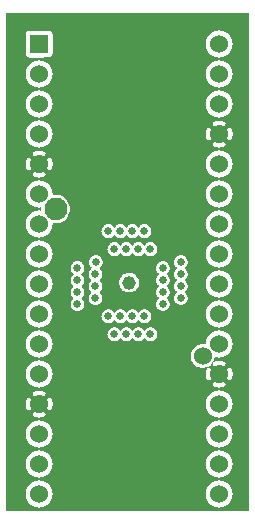
<source format=gbr>
G04 start of page 3 for group 5 idx 5 *
G04 Title: (unknown), bottom *
G04 Creator: pcb 1.99z *
G04 CreationDate: Fri Sep 27 15:24:46 2013 UTC *
G04 For: tim *
G04 Format: Gerber/RS-274X *
G04 PCB-Dimensions (mil): 810.00 1660.00 *
G04 PCB-Coordinate-Origin: lower left *
%MOIN*%
%FSLAX25Y25*%
%LNBOTTOM*%
%ADD32C,0.0500*%
%ADD31C,0.0360*%
%ADD30C,0.0080*%
%ADD29C,0.0380*%
%ADD28C,0.0660*%
%ADD27C,0.0460*%
%ADD26C,0.0260*%
%ADD25C,0.0600*%
%ADD24C,0.0760*%
%ADD23C,0.0001*%
G54D23*G36*
X11000Y100986D02*X11706Y101042D01*
X11728Y101047D01*
X11685Y100500D01*
X11728Y99953D01*
X11706Y99958D01*
X11000Y100014D01*
Y100986D01*
G37*
G36*
X74613Y166000D02*X81000D01*
Y0D01*
X74613D01*
Y2802D01*
X74652Y2847D01*
X75022Y3451D01*
X75293Y4105D01*
X75458Y4794D01*
X75500Y5500D01*
X75458Y6206D01*
X75293Y6895D01*
X75022Y7549D01*
X74652Y8153D01*
X74613Y8198D01*
Y12802D01*
X74652Y12847D01*
X75022Y13451D01*
X75293Y14105D01*
X75458Y14794D01*
X75500Y15500D01*
X75458Y16206D01*
X75293Y16895D01*
X75022Y17549D01*
X74652Y18153D01*
X74613Y18198D01*
Y22802D01*
X74652Y22847D01*
X75022Y23451D01*
X75293Y24105D01*
X75458Y24794D01*
X75500Y25500D01*
X75458Y26206D01*
X75293Y26895D01*
X75022Y27549D01*
X74652Y28153D01*
X74613Y28198D01*
Y32802D01*
X74652Y32847D01*
X75022Y33451D01*
X75293Y34105D01*
X75458Y34794D01*
X75500Y35500D01*
X75458Y36206D01*
X75293Y36895D01*
X75022Y37549D01*
X74652Y38153D01*
X74613Y38198D01*
Y43353D01*
X74656Y43360D01*
X74768Y43397D01*
X74873Y43452D01*
X74968Y43522D01*
X75051Y43606D01*
X75119Y43702D01*
X75170Y43808D01*
X75318Y44216D01*
X75422Y44637D01*
X75484Y45067D01*
X75505Y45500D01*
X75484Y45933D01*
X75422Y46363D01*
X75318Y46784D01*
X75175Y47194D01*
X75122Y47300D01*
X75053Y47396D01*
X74970Y47481D01*
X74875Y47551D01*
X74769Y47606D01*
X74657Y47643D01*
X74613Y47651D01*
Y52802D01*
X74652Y52847D01*
X75022Y53451D01*
X75293Y54105D01*
X75458Y54794D01*
X75500Y55500D01*
X75458Y56206D01*
X75293Y56895D01*
X75022Y57549D01*
X74652Y58153D01*
X74613Y58198D01*
Y62802D01*
X74652Y62847D01*
X75022Y63451D01*
X75293Y64105D01*
X75458Y64794D01*
X75500Y65500D01*
X75458Y66206D01*
X75293Y66895D01*
X75022Y67549D01*
X74652Y68153D01*
X74613Y68198D01*
Y72802D01*
X74652Y72847D01*
X75022Y73451D01*
X75293Y74105D01*
X75458Y74794D01*
X75500Y75500D01*
X75458Y76206D01*
X75293Y76895D01*
X75022Y77549D01*
X74652Y78153D01*
X74613Y78198D01*
Y82802D01*
X74652Y82847D01*
X75022Y83451D01*
X75293Y84105D01*
X75458Y84794D01*
X75500Y85500D01*
X75458Y86206D01*
X75293Y86895D01*
X75022Y87549D01*
X74652Y88153D01*
X74613Y88198D01*
Y92802D01*
X74652Y92847D01*
X75022Y93451D01*
X75293Y94105D01*
X75458Y94794D01*
X75500Y95500D01*
X75458Y96206D01*
X75293Y96895D01*
X75022Y97549D01*
X74652Y98153D01*
X74613Y98198D01*
Y102802D01*
X74652Y102847D01*
X75022Y103451D01*
X75293Y104105D01*
X75458Y104794D01*
X75500Y105500D01*
X75458Y106206D01*
X75293Y106895D01*
X75022Y107549D01*
X74652Y108153D01*
X74613Y108198D01*
Y112802D01*
X74652Y112847D01*
X75022Y113451D01*
X75293Y114105D01*
X75458Y114794D01*
X75500Y115500D01*
X75458Y116206D01*
X75293Y116895D01*
X75022Y117549D01*
X74652Y118153D01*
X74613Y118198D01*
Y123353D01*
X74656Y123360D01*
X74768Y123397D01*
X74873Y123452D01*
X74968Y123522D01*
X75051Y123606D01*
X75119Y123702D01*
X75170Y123808D01*
X75318Y124216D01*
X75422Y124637D01*
X75484Y125067D01*
X75505Y125500D01*
X75484Y125933D01*
X75422Y126363D01*
X75318Y126784D01*
X75175Y127194D01*
X75122Y127300D01*
X75053Y127396D01*
X74970Y127481D01*
X74875Y127551D01*
X74769Y127606D01*
X74657Y127643D01*
X74613Y127651D01*
Y132802D01*
X74652Y132847D01*
X75022Y133451D01*
X75293Y134105D01*
X75458Y134794D01*
X75500Y135500D01*
X75458Y136206D01*
X75293Y136895D01*
X75022Y137549D01*
X74652Y138153D01*
X74613Y138198D01*
Y142802D01*
X74652Y142847D01*
X75022Y143451D01*
X75293Y144105D01*
X75458Y144794D01*
X75500Y145500D01*
X75458Y146206D01*
X75293Y146895D01*
X75022Y147549D01*
X74652Y148153D01*
X74613Y148198D01*
Y152802D01*
X74652Y152847D01*
X75022Y153451D01*
X75293Y154105D01*
X75458Y154794D01*
X75500Y155500D01*
X75458Y156206D01*
X75293Y156895D01*
X75022Y157549D01*
X74652Y158153D01*
X74613Y158198D01*
Y166000D01*
G37*
G36*
Y148198D02*X74192Y148692D01*
X73653Y149152D01*
X73049Y149522D01*
X72395Y149793D01*
X71706Y149958D01*
X71000Y150014D01*
X70993Y150013D01*
Y150987D01*
X71000Y150986D01*
X71706Y151042D01*
X72395Y151207D01*
X73049Y151478D01*
X73653Y151848D01*
X74192Y152308D01*
X74613Y152802D01*
Y148198D01*
G37*
G36*
Y138198D02*X74192Y138692D01*
X73653Y139152D01*
X73049Y139522D01*
X72395Y139793D01*
X71706Y139958D01*
X71000Y140014D01*
X70993Y140013D01*
Y140987D01*
X71000Y140986D01*
X71706Y141042D01*
X72395Y141207D01*
X73049Y141478D01*
X73653Y141848D01*
X74192Y142308D01*
X74613Y142802D01*
Y138198D01*
G37*
G36*
Y118198D02*X74192Y118692D01*
X73653Y119152D01*
X73049Y119522D01*
X72395Y119793D01*
X71706Y119958D01*
X71000Y120014D01*
X70993Y120013D01*
Y120995D01*
X71000Y120995D01*
X71433Y121016D01*
X71863Y121078D01*
X72284Y121182D01*
X72694Y121325D01*
X72800Y121378D01*
X72896Y121447D01*
X72981Y121530D01*
X73051Y121625D01*
X73106Y121731D01*
X73143Y121843D01*
X73163Y121960D01*
X73164Y122079D01*
X73146Y122196D01*
X73110Y122309D01*
X73057Y122415D01*
X72988Y122512D01*
X72905Y122596D01*
X72809Y122667D01*
X72704Y122721D01*
X72592Y122759D01*
X72475Y122778D01*
X72356Y122779D01*
X72239Y122761D01*
X72126Y122723D01*
X71855Y122624D01*
X71575Y122556D01*
X71289Y122514D01*
X71000Y122500D01*
X70993Y122500D01*
Y128500D01*
X71000Y128500D01*
X71289Y128486D01*
X71575Y128444D01*
X71855Y128376D01*
X72128Y128280D01*
X72239Y128242D01*
X72356Y128225D01*
X72474Y128225D01*
X72591Y128245D01*
X72703Y128282D01*
X72807Y128336D01*
X72902Y128406D01*
X72985Y128491D01*
X73054Y128587D01*
X73107Y128692D01*
X73143Y128805D01*
X73160Y128921D01*
X73159Y129039D01*
X73140Y129156D01*
X73103Y129268D01*
X73048Y129373D01*
X72978Y129468D01*
X72894Y129551D01*
X72798Y129619D01*
X72692Y129670D01*
X72284Y129818D01*
X71863Y129922D01*
X71433Y129984D01*
X71000Y130005D01*
X70993Y130005D01*
Y130987D01*
X71000Y130986D01*
X71706Y131042D01*
X72395Y131207D01*
X73049Y131478D01*
X73653Y131848D01*
X74192Y132308D01*
X74613Y132802D01*
Y127651D01*
X74540Y127663D01*
X74421Y127664D01*
X74304Y127646D01*
X74191Y127610D01*
X74085Y127557D01*
X73988Y127488D01*
X73904Y127405D01*
X73833Y127309D01*
X73779Y127204D01*
X73741Y127092D01*
X73722Y126975D01*
X73721Y126856D01*
X73739Y126739D01*
X73777Y126626D01*
X73876Y126355D01*
X73944Y126075D01*
X73986Y125789D01*
X74000Y125500D01*
X73986Y125211D01*
X73944Y124925D01*
X73876Y124645D01*
X73780Y124372D01*
X73742Y124261D01*
X73725Y124144D01*
X73725Y124026D01*
X73745Y123909D01*
X73782Y123797D01*
X73836Y123693D01*
X73906Y123598D01*
X73991Y123515D01*
X74087Y123446D01*
X74192Y123393D01*
X74305Y123357D01*
X74421Y123340D01*
X74539Y123341D01*
X74613Y123353D01*
Y118198D01*
G37*
G36*
Y108198D02*X74192Y108692D01*
X73653Y109152D01*
X73049Y109522D01*
X72395Y109793D01*
X71706Y109958D01*
X71000Y110014D01*
X70993Y110013D01*
Y110987D01*
X71000Y110986D01*
X71706Y111042D01*
X72395Y111207D01*
X73049Y111478D01*
X73653Y111848D01*
X74192Y112308D01*
X74613Y112802D01*
Y108198D01*
G37*
G36*
Y98198D02*X74192Y98692D01*
X73653Y99152D01*
X73049Y99522D01*
X72395Y99793D01*
X71706Y99958D01*
X71000Y100014D01*
X70993Y100013D01*
Y100987D01*
X71000Y100986D01*
X71706Y101042D01*
X72395Y101207D01*
X73049Y101478D01*
X73653Y101848D01*
X74192Y102308D01*
X74613Y102802D01*
Y98198D01*
G37*
G36*
Y88198D02*X74192Y88692D01*
X73653Y89152D01*
X73049Y89522D01*
X72395Y89793D01*
X71706Y89958D01*
X71000Y90014D01*
X70993Y90013D01*
Y90987D01*
X71000Y90986D01*
X71706Y91042D01*
X72395Y91207D01*
X73049Y91478D01*
X73653Y91848D01*
X74192Y92308D01*
X74613Y92802D01*
Y88198D01*
G37*
G36*
Y78198D02*X74192Y78692D01*
X73653Y79152D01*
X73049Y79522D01*
X72395Y79793D01*
X71706Y79958D01*
X71000Y80014D01*
X70993Y80013D01*
Y80987D01*
X71000Y80986D01*
X71706Y81042D01*
X72395Y81207D01*
X73049Y81478D01*
X73653Y81848D01*
X74192Y82308D01*
X74613Y82802D01*
Y78198D01*
G37*
G36*
Y68198D02*X74192Y68692D01*
X73653Y69152D01*
X73049Y69522D01*
X72395Y69793D01*
X71706Y69958D01*
X71000Y70014D01*
X70993Y70013D01*
Y70987D01*
X71000Y70986D01*
X71706Y71042D01*
X72395Y71207D01*
X73049Y71478D01*
X73653Y71848D01*
X74192Y72308D01*
X74613Y72802D01*
Y68198D01*
G37*
G36*
Y58198D02*X74192Y58692D01*
X73653Y59152D01*
X73049Y59522D01*
X72395Y59793D01*
X71706Y59958D01*
X71000Y60014D01*
X70993Y60013D01*
Y60987D01*
X71000Y60986D01*
X71706Y61042D01*
X72395Y61207D01*
X73049Y61478D01*
X73653Y61848D01*
X74192Y62308D01*
X74613Y62802D01*
Y58198D01*
G37*
G36*
Y38198D02*X74192Y38692D01*
X73653Y39152D01*
X73049Y39522D01*
X72395Y39793D01*
X71706Y39958D01*
X71000Y40014D01*
X70993Y40013D01*
Y40995D01*
X71000Y40995D01*
X71433Y41016D01*
X71863Y41078D01*
X72284Y41182D01*
X72694Y41325D01*
X72800Y41378D01*
X72896Y41447D01*
X72981Y41530D01*
X73051Y41625D01*
X73106Y41731D01*
X73143Y41843D01*
X73163Y41960D01*
X73164Y42079D01*
X73146Y42196D01*
X73110Y42309D01*
X73057Y42415D01*
X72988Y42512D01*
X72905Y42596D01*
X72809Y42667D01*
X72704Y42721D01*
X72592Y42759D01*
X72475Y42778D01*
X72356Y42779D01*
X72239Y42761D01*
X72126Y42723D01*
X71855Y42624D01*
X71575Y42556D01*
X71289Y42514D01*
X71000Y42500D01*
X70993Y42500D01*
Y48500D01*
X71000Y48500D01*
X71289Y48486D01*
X71575Y48444D01*
X71855Y48376D01*
X72128Y48280D01*
X72239Y48242D01*
X72356Y48225D01*
X72474Y48225D01*
X72591Y48245D01*
X72703Y48282D01*
X72807Y48336D01*
X72902Y48406D01*
X72985Y48491D01*
X73054Y48587D01*
X73107Y48692D01*
X73143Y48805D01*
X73160Y48921D01*
X73159Y49039D01*
X73140Y49156D01*
X73103Y49268D01*
X73048Y49373D01*
X72978Y49468D01*
X72894Y49551D01*
X72798Y49619D01*
X72692Y49670D01*
X72284Y49818D01*
X71863Y49922D01*
X71433Y49984D01*
X71000Y50005D01*
X70993Y50005D01*
Y50987D01*
X71000Y50986D01*
X71706Y51042D01*
X72395Y51207D01*
X73049Y51478D01*
X73653Y51848D01*
X74192Y52308D01*
X74613Y52802D01*
Y47651D01*
X74540Y47663D01*
X74421Y47664D01*
X74304Y47646D01*
X74191Y47610D01*
X74085Y47557D01*
X73988Y47488D01*
X73904Y47405D01*
X73833Y47309D01*
X73779Y47204D01*
X73741Y47092D01*
X73722Y46975D01*
X73721Y46856D01*
X73739Y46739D01*
X73777Y46626D01*
X73876Y46355D01*
X73944Y46075D01*
X73986Y45789D01*
X74000Y45500D01*
X73986Y45211D01*
X73944Y44925D01*
X73876Y44645D01*
X73780Y44372D01*
X73742Y44261D01*
X73725Y44144D01*
X73725Y44026D01*
X73745Y43909D01*
X73782Y43797D01*
X73836Y43693D01*
X73906Y43598D01*
X73991Y43515D01*
X74087Y43446D01*
X74192Y43393D01*
X74305Y43357D01*
X74421Y43340D01*
X74539Y43341D01*
X74613Y43353D01*
Y38198D01*
G37*
G36*
Y28198D02*X74192Y28692D01*
X73653Y29152D01*
X73049Y29522D01*
X72395Y29793D01*
X71706Y29958D01*
X71000Y30014D01*
X70993Y30013D01*
Y30987D01*
X71000Y30986D01*
X71706Y31042D01*
X72395Y31207D01*
X73049Y31478D01*
X73653Y31848D01*
X74192Y32308D01*
X74613Y32802D01*
Y28198D01*
G37*
G36*
Y18198D02*X74192Y18692D01*
X73653Y19152D01*
X73049Y19522D01*
X72395Y19793D01*
X71706Y19958D01*
X71000Y20014D01*
X70993Y20013D01*
Y20987D01*
X71000Y20986D01*
X71706Y21042D01*
X72395Y21207D01*
X73049Y21478D01*
X73653Y21848D01*
X74192Y22308D01*
X74613Y22802D01*
Y18198D01*
G37*
G36*
Y8198D02*X74192Y8692D01*
X73653Y9152D01*
X73049Y9522D01*
X72395Y9793D01*
X71706Y9958D01*
X71000Y10014D01*
X70993Y10013D01*
Y10987D01*
X71000Y10986D01*
X71706Y11042D01*
X72395Y11207D01*
X73049Y11478D01*
X73653Y11848D01*
X74192Y12308D01*
X74613Y12802D01*
Y8198D01*
G37*
G36*
Y0D02*X70993D01*
Y987D01*
X71000Y986D01*
X71706Y1042D01*
X72395Y1207D01*
X73049Y1478D01*
X73653Y1848D01*
X74192Y2308D01*
X74613Y2802D01*
Y0D01*
G37*
G36*
X70993Y166000D02*X74613D01*
Y158198D01*
X74192Y158692D01*
X73653Y159152D01*
X73049Y159522D01*
X72395Y159793D01*
X71706Y159958D01*
X71000Y160014D01*
X70993Y160013D01*
Y166000D01*
G37*
G36*
X67387Y2802D02*X67808Y2308D01*
X68347Y1848D01*
X68951Y1478D01*
X69605Y1207D01*
X70294Y1042D01*
X70993Y987D01*
Y0D01*
X67387D01*
Y2802D01*
G37*
G36*
Y12802D02*X67808Y12308D01*
X68347Y11848D01*
X68951Y11478D01*
X69605Y11207D01*
X70294Y11042D01*
X70993Y10987D01*
Y10013D01*
X70294Y9958D01*
X69605Y9793D01*
X68951Y9522D01*
X68347Y9152D01*
X67808Y8692D01*
X67387Y8198D01*
Y12802D01*
G37*
G36*
Y22802D02*X67808Y22308D01*
X68347Y21848D01*
X68951Y21478D01*
X69605Y21207D01*
X70294Y21042D01*
X70993Y20987D01*
Y20013D01*
X70294Y19958D01*
X69605Y19793D01*
X68951Y19522D01*
X68347Y19152D01*
X67808Y18692D01*
X67387Y18198D01*
Y22802D01*
G37*
G36*
Y32802D02*X67808Y32308D01*
X68347Y31848D01*
X68951Y31478D01*
X69605Y31207D01*
X70294Y31042D01*
X70993Y30987D01*
Y30013D01*
X70294Y29958D01*
X69605Y29793D01*
X68951Y29522D01*
X68347Y29152D01*
X67808Y28692D01*
X67387Y28198D01*
Y32802D01*
G37*
G36*
Y47965D02*X67858Y48254D01*
X68337Y48663D01*
X68746Y49142D01*
X69075Y49678D01*
X69316Y50260D01*
X69463Y50872D01*
X69486Y51257D01*
X69605Y51207D01*
X70294Y51042D01*
X70993Y50987D01*
Y50005D01*
X70567Y49984D01*
X70137Y49922D01*
X69716Y49818D01*
X69306Y49675D01*
X69200Y49622D01*
X69104Y49553D01*
X69019Y49470D01*
X68949Y49375D01*
X68894Y49269D01*
X68857Y49157D01*
X68837Y49040D01*
X68836Y48921D01*
X68854Y48804D01*
X68890Y48691D01*
X68943Y48585D01*
X69012Y48488D01*
X69095Y48404D01*
X69191Y48333D01*
X69296Y48279D01*
X69408Y48241D01*
X69525Y48222D01*
X69644Y48221D01*
X69761Y48239D01*
X69874Y48277D01*
X70145Y48376D01*
X70425Y48444D01*
X70711Y48486D01*
X70993Y48500D01*
Y42500D01*
X70711Y42514D01*
X70425Y42556D01*
X70145Y42624D01*
X69872Y42720D01*
X69761Y42758D01*
X69644Y42775D01*
X69526Y42775D01*
X69409Y42755D01*
X69297Y42718D01*
X69193Y42664D01*
X69098Y42594D01*
X69015Y42509D01*
X68946Y42413D01*
X68893Y42308D01*
X68857Y42195D01*
X68840Y42079D01*
X68841Y41961D01*
X68860Y41844D01*
X68897Y41732D01*
X68952Y41627D01*
X69022Y41532D01*
X69106Y41449D01*
X69202Y41381D01*
X69308Y41330D01*
X69716Y41182D01*
X70137Y41078D01*
X70567Y41016D01*
X70993Y40995D01*
Y40013D01*
X70294Y39958D01*
X69605Y39793D01*
X68951Y39522D01*
X68347Y39152D01*
X67808Y38692D01*
X67387Y38198D01*
Y43349D01*
X67460Y43337D01*
X67579Y43336D01*
X67696Y43354D01*
X67809Y43390D01*
X67915Y43443D01*
X68012Y43512D01*
X68096Y43595D01*
X68167Y43691D01*
X68221Y43796D01*
X68259Y43908D01*
X68278Y44025D01*
X68279Y44144D01*
X68261Y44261D01*
X68223Y44374D01*
X68124Y44645D01*
X68056Y44925D01*
X68014Y45211D01*
X68000Y45500D01*
X68014Y45789D01*
X68056Y46075D01*
X68124Y46355D01*
X68220Y46628D01*
X68258Y46739D01*
X68275Y46856D01*
X68275Y46974D01*
X68255Y47091D01*
X68218Y47203D01*
X68164Y47307D01*
X68094Y47402D01*
X68009Y47485D01*
X67913Y47554D01*
X67808Y47607D01*
X67695Y47643D01*
X67579Y47660D01*
X67461Y47659D01*
X67387Y47647D01*
Y47965D01*
G37*
G36*
Y62802D02*X67808Y62308D01*
X68347Y61848D01*
X68951Y61478D01*
X69605Y61207D01*
X70294Y61042D01*
X70993Y60987D01*
Y60013D01*
X70294Y59958D01*
X69605Y59793D01*
X68951Y59522D01*
X68347Y59152D01*
X67808Y58692D01*
X67387Y58198D01*
Y62802D01*
G37*
G36*
Y72802D02*X67808Y72308D01*
X68347Y71848D01*
X68951Y71478D01*
X69605Y71207D01*
X70294Y71042D01*
X70993Y70987D01*
Y70013D01*
X70294Y69958D01*
X69605Y69793D01*
X68951Y69522D01*
X68347Y69152D01*
X67808Y68692D01*
X67387Y68198D01*
Y72802D01*
G37*
G36*
Y82802D02*X67808Y82308D01*
X68347Y81848D01*
X68951Y81478D01*
X69605Y81207D01*
X70294Y81042D01*
X70993Y80987D01*
Y80013D01*
X70294Y79958D01*
X69605Y79793D01*
X68951Y79522D01*
X68347Y79152D01*
X67808Y78692D01*
X67387Y78198D01*
Y82802D01*
G37*
G36*
Y92802D02*X67808Y92308D01*
X68347Y91848D01*
X68951Y91478D01*
X69605Y91207D01*
X70294Y91042D01*
X70993Y90987D01*
Y90013D01*
X70294Y89958D01*
X69605Y89793D01*
X68951Y89522D01*
X68347Y89152D01*
X67808Y88692D01*
X67387Y88198D01*
Y92802D01*
G37*
G36*
Y102802D02*X67808Y102308D01*
X68347Y101848D01*
X68951Y101478D01*
X69605Y101207D01*
X70294Y101042D01*
X70993Y100987D01*
Y100013D01*
X70294Y99958D01*
X69605Y99793D01*
X68951Y99522D01*
X68347Y99152D01*
X67808Y98692D01*
X67387Y98198D01*
Y102802D01*
G37*
G36*
Y112802D02*X67808Y112308D01*
X68347Y111848D01*
X68951Y111478D01*
X69605Y111207D01*
X70294Y111042D01*
X70993Y110987D01*
Y110013D01*
X70294Y109958D01*
X69605Y109793D01*
X68951Y109522D01*
X68347Y109152D01*
X67808Y108692D01*
X67387Y108198D01*
Y112802D01*
G37*
G36*
Y132802D02*X67808Y132308D01*
X68347Y131848D01*
X68951Y131478D01*
X69605Y131207D01*
X70294Y131042D01*
X70993Y130987D01*
Y130005D01*
X70567Y129984D01*
X70137Y129922D01*
X69716Y129818D01*
X69306Y129675D01*
X69200Y129622D01*
X69104Y129553D01*
X69019Y129470D01*
X68949Y129375D01*
X68894Y129269D01*
X68857Y129157D01*
X68837Y129040D01*
X68836Y128921D01*
X68854Y128804D01*
X68890Y128691D01*
X68943Y128585D01*
X69012Y128488D01*
X69095Y128404D01*
X69191Y128333D01*
X69296Y128279D01*
X69408Y128241D01*
X69525Y128222D01*
X69644Y128221D01*
X69761Y128239D01*
X69874Y128277D01*
X70145Y128376D01*
X70425Y128444D01*
X70711Y128486D01*
X70993Y128500D01*
Y122500D01*
X70711Y122514D01*
X70425Y122556D01*
X70145Y122624D01*
X69872Y122720D01*
X69761Y122758D01*
X69644Y122775D01*
X69526Y122775D01*
X69409Y122755D01*
X69297Y122718D01*
X69193Y122664D01*
X69098Y122594D01*
X69015Y122509D01*
X68946Y122413D01*
X68893Y122308D01*
X68857Y122195D01*
X68840Y122079D01*
X68841Y121961D01*
X68860Y121844D01*
X68897Y121732D01*
X68952Y121627D01*
X69022Y121532D01*
X69106Y121449D01*
X69202Y121381D01*
X69308Y121330D01*
X69716Y121182D01*
X70137Y121078D01*
X70567Y121016D01*
X70993Y120995D01*
Y120013D01*
X70294Y119958D01*
X69605Y119793D01*
X68951Y119522D01*
X68347Y119152D01*
X67808Y118692D01*
X67387Y118198D01*
Y123349D01*
X67460Y123337D01*
X67579Y123336D01*
X67696Y123354D01*
X67809Y123390D01*
X67915Y123443D01*
X68012Y123512D01*
X68096Y123595D01*
X68167Y123691D01*
X68221Y123796D01*
X68259Y123908D01*
X68278Y124025D01*
X68279Y124144D01*
X68261Y124261D01*
X68223Y124374D01*
X68124Y124645D01*
X68056Y124925D01*
X68014Y125211D01*
X68000Y125500D01*
X68014Y125789D01*
X68056Y126075D01*
X68124Y126355D01*
X68220Y126628D01*
X68258Y126739D01*
X68275Y126856D01*
X68275Y126974D01*
X68255Y127091D01*
X68218Y127203D01*
X68164Y127307D01*
X68094Y127402D01*
X68009Y127485D01*
X67913Y127554D01*
X67808Y127607D01*
X67695Y127643D01*
X67579Y127660D01*
X67461Y127659D01*
X67387Y127647D01*
Y132802D01*
G37*
G36*
Y142802D02*X67808Y142308D01*
X68347Y141848D01*
X68951Y141478D01*
X69605Y141207D01*
X70294Y141042D01*
X70993Y140987D01*
Y140013D01*
X70294Y139958D01*
X69605Y139793D01*
X68951Y139522D01*
X68347Y139152D01*
X67808Y138692D01*
X67387Y138198D01*
Y142802D01*
G37*
G36*
Y152802D02*X67808Y152308D01*
X68347Y151848D01*
X68951Y151478D01*
X69605Y151207D01*
X70294Y151042D01*
X70993Y150987D01*
Y150013D01*
X70294Y149958D01*
X69605Y149793D01*
X68951Y149522D01*
X68347Y149152D01*
X67808Y148692D01*
X67387Y148198D01*
Y152802D01*
G37*
G36*
Y166000D02*X70993D01*
Y160013D01*
X70294Y159958D01*
X69605Y159793D01*
X68951Y159522D01*
X68347Y159152D01*
X67808Y158692D01*
X67387Y158198D01*
Y166000D01*
G37*
G36*
X58196D02*X67387D01*
Y158198D01*
X67348Y158153D01*
X66978Y157549D01*
X66707Y156895D01*
X66542Y156206D01*
X66486Y155500D01*
X66542Y154794D01*
X66707Y154105D01*
X66978Y153451D01*
X67348Y152847D01*
X67387Y152802D01*
Y148198D01*
X67348Y148153D01*
X66978Y147549D01*
X66707Y146895D01*
X66542Y146206D01*
X66486Y145500D01*
X66542Y144794D01*
X66707Y144105D01*
X66978Y143451D01*
X67348Y142847D01*
X67387Y142802D01*
Y138198D01*
X67348Y138153D01*
X66978Y137549D01*
X66707Y136895D01*
X66542Y136206D01*
X66486Y135500D01*
X66542Y134794D01*
X66707Y134105D01*
X66978Y133451D01*
X67348Y132847D01*
X67387Y132802D01*
Y127647D01*
X67344Y127640D01*
X67232Y127603D01*
X67127Y127548D01*
X67032Y127478D01*
X66949Y127394D01*
X66881Y127298D01*
X66830Y127192D01*
X66682Y126784D01*
X66578Y126363D01*
X66516Y125933D01*
X66495Y125500D01*
X66516Y125067D01*
X66578Y124637D01*
X66682Y124216D01*
X66825Y123806D01*
X66878Y123700D01*
X66947Y123604D01*
X67030Y123519D01*
X67125Y123449D01*
X67231Y123394D01*
X67343Y123357D01*
X67387Y123349D01*
Y118198D01*
X67348Y118153D01*
X66978Y117549D01*
X66707Y116895D01*
X66542Y116206D01*
X66486Y115500D01*
X66542Y114794D01*
X66707Y114105D01*
X66978Y113451D01*
X67348Y112847D01*
X67387Y112802D01*
Y108198D01*
X67348Y108153D01*
X66978Y107549D01*
X66707Y106895D01*
X66542Y106206D01*
X66486Y105500D01*
X66542Y104794D01*
X66707Y104105D01*
X66978Y103451D01*
X67348Y102847D01*
X67387Y102802D01*
Y98198D01*
X67348Y98153D01*
X66978Y97549D01*
X66707Y96895D01*
X66542Y96206D01*
X66486Y95500D01*
X66542Y94794D01*
X66707Y94105D01*
X66978Y93451D01*
X67348Y92847D01*
X67387Y92802D01*
Y88198D01*
X67348Y88153D01*
X66978Y87549D01*
X66707Y86895D01*
X66542Y86206D01*
X66486Y85500D01*
X66542Y84794D01*
X66707Y84105D01*
X66978Y83451D01*
X67348Y82847D01*
X67387Y82802D01*
Y78198D01*
X67348Y78153D01*
X66978Y77549D01*
X66707Y76895D01*
X66542Y76206D01*
X66486Y75500D01*
X66542Y74794D01*
X66707Y74105D01*
X66978Y73451D01*
X67348Y72847D01*
X67387Y72802D01*
Y68198D01*
X67348Y68153D01*
X66978Y67549D01*
X66707Y66895D01*
X66542Y66206D01*
X66486Y65500D01*
X66542Y64794D01*
X66707Y64105D01*
X66978Y63451D01*
X67348Y62847D01*
X67387Y62802D01*
Y58198D01*
X67348Y58153D01*
X66978Y57549D01*
X66707Y56895D01*
X66542Y56206D01*
X66486Y55500D01*
X66496Y55375D01*
X66128Y55463D01*
X65500Y55512D01*
X64872Y55463D01*
X64260Y55316D01*
X63678Y55075D01*
X63142Y54746D01*
X62663Y54337D01*
X62254Y53858D01*
X61925Y53322D01*
X61684Y52740D01*
X61537Y52128D01*
X61488Y51500D01*
X61537Y50872D01*
X61684Y50260D01*
X61925Y49678D01*
X62254Y49142D01*
X62663Y48663D01*
X63142Y48254D01*
X63678Y47925D01*
X64260Y47684D01*
X64872Y47537D01*
X65500Y47488D01*
X66128Y47537D01*
X66740Y47684D01*
X67322Y47925D01*
X67387Y47965D01*
Y47647D01*
X67344Y47640D01*
X67232Y47603D01*
X67127Y47548D01*
X67032Y47478D01*
X66949Y47394D01*
X66881Y47298D01*
X66830Y47192D01*
X66682Y46784D01*
X66578Y46363D01*
X66516Y45933D01*
X66495Y45500D01*
X66516Y45067D01*
X66578Y44637D01*
X66682Y44216D01*
X66825Y43806D01*
X66878Y43700D01*
X66947Y43604D01*
X67030Y43519D01*
X67125Y43449D01*
X67231Y43394D01*
X67343Y43357D01*
X67387Y43349D01*
Y38198D01*
X67348Y38153D01*
X66978Y37549D01*
X66707Y36895D01*
X66542Y36206D01*
X66486Y35500D01*
X66542Y34794D01*
X66707Y34105D01*
X66978Y33451D01*
X67348Y32847D01*
X67387Y32802D01*
Y28198D01*
X67348Y28153D01*
X66978Y27549D01*
X66707Y26895D01*
X66542Y26206D01*
X66486Y25500D01*
X66542Y24794D01*
X66707Y24105D01*
X66978Y23451D01*
X67348Y22847D01*
X67387Y22802D01*
Y18198D01*
X67348Y18153D01*
X66978Y17549D01*
X66707Y16895D01*
X66542Y16206D01*
X66486Y15500D01*
X66542Y14794D01*
X66707Y14105D01*
X66978Y13451D01*
X67348Y12847D01*
X67387Y12802D01*
Y8198D01*
X67348Y8153D01*
X66978Y7549D01*
X66707Y6895D01*
X66542Y6206D01*
X66486Y5500D01*
X66542Y4794D01*
X66707Y4105D01*
X66978Y3451D01*
X67348Y2847D01*
X67387Y2802D01*
Y0D01*
X58196D01*
Y68593D01*
X58200Y68593D01*
X58561Y68621D01*
X58913Y68706D01*
X59247Y68844D01*
X59556Y69034D01*
X59831Y69269D01*
X60066Y69544D01*
X60256Y69853D01*
X60394Y70187D01*
X60479Y70539D01*
X60500Y70900D01*
X60479Y71261D01*
X60394Y71613D01*
X60256Y71947D01*
X60066Y72256D01*
X59831Y72531D01*
X59556Y72766D01*
X59338Y72900D01*
X59556Y73034D01*
X59831Y73269D01*
X60066Y73544D01*
X60256Y73853D01*
X60394Y74187D01*
X60479Y74539D01*
X60500Y74900D01*
X60479Y75261D01*
X60394Y75613D01*
X60256Y75947D01*
X60066Y76256D01*
X59831Y76531D01*
X59556Y76766D01*
X59338Y76900D01*
X59556Y77034D01*
X59831Y77269D01*
X60066Y77544D01*
X60256Y77853D01*
X60394Y78187D01*
X60479Y78539D01*
X60500Y78900D01*
X60479Y79261D01*
X60394Y79613D01*
X60256Y79947D01*
X60066Y80256D01*
X59831Y80531D01*
X59556Y80766D01*
X59338Y80900D01*
X59556Y81034D01*
X59831Y81269D01*
X60066Y81544D01*
X60256Y81853D01*
X60394Y82187D01*
X60479Y82539D01*
X60500Y82900D01*
X60479Y83261D01*
X60394Y83613D01*
X60256Y83947D01*
X60066Y84256D01*
X59831Y84531D01*
X59556Y84766D01*
X59247Y84956D01*
X58913Y85094D01*
X58561Y85179D01*
X58200Y85207D01*
X58196Y85207D01*
Y166000D01*
G37*
G36*
X52196D02*X58196D01*
Y85207D01*
X57839Y85179D01*
X57487Y85094D01*
X57153Y84956D01*
X56844Y84766D01*
X56569Y84531D01*
X56334Y84256D01*
X56144Y83947D01*
X56006Y83613D01*
X55921Y83261D01*
X55893Y82900D01*
X55921Y82539D01*
X56006Y82187D01*
X56144Y81853D01*
X56334Y81544D01*
X56569Y81269D01*
X56844Y81034D01*
X57062Y80900D01*
X56844Y80766D01*
X56569Y80531D01*
X56334Y80256D01*
X56144Y79947D01*
X56006Y79613D01*
X55921Y79261D01*
X55893Y78900D01*
X55921Y78539D01*
X56006Y78187D01*
X56144Y77853D01*
X56334Y77544D01*
X56569Y77269D01*
X56844Y77034D01*
X57062Y76900D01*
X56844Y76766D01*
X56569Y76531D01*
X56334Y76256D01*
X56144Y75947D01*
X56006Y75613D01*
X55921Y75261D01*
X55893Y74900D01*
X55921Y74539D01*
X56006Y74187D01*
X56144Y73853D01*
X56334Y73544D01*
X56569Y73269D01*
X56844Y73034D01*
X57062Y72900D01*
X56844Y72766D01*
X56569Y72531D01*
X56334Y72256D01*
X56144Y71947D01*
X56006Y71613D01*
X55921Y71261D01*
X55893Y70900D01*
X55921Y70539D01*
X56006Y70187D01*
X56144Y69853D01*
X56334Y69544D01*
X56569Y69269D01*
X56844Y69034D01*
X57153Y68844D01*
X57487Y68706D01*
X57839Y68621D01*
X58196Y68593D01*
Y0D01*
X52196D01*
Y66593D01*
X52200Y66593D01*
X52561Y66621D01*
X52913Y66706D01*
X53247Y66844D01*
X53556Y67034D01*
X53831Y67269D01*
X54066Y67544D01*
X54256Y67853D01*
X54394Y68187D01*
X54479Y68539D01*
X54500Y68900D01*
X54479Y69261D01*
X54394Y69613D01*
X54256Y69947D01*
X54066Y70256D01*
X53831Y70531D01*
X53556Y70766D01*
X53338Y70900D01*
X53556Y71034D01*
X53831Y71269D01*
X54066Y71544D01*
X54256Y71853D01*
X54394Y72187D01*
X54479Y72539D01*
X54500Y72900D01*
X54479Y73261D01*
X54394Y73613D01*
X54256Y73947D01*
X54066Y74256D01*
X53831Y74531D01*
X53556Y74766D01*
X53338Y74900D01*
X53556Y75034D01*
X53831Y75269D01*
X54066Y75544D01*
X54256Y75853D01*
X54394Y76187D01*
X54479Y76539D01*
X54500Y76900D01*
X54479Y77261D01*
X54394Y77613D01*
X54256Y77947D01*
X54066Y78256D01*
X53831Y78531D01*
X53556Y78766D01*
X53338Y78900D01*
X53556Y79034D01*
X53831Y79269D01*
X54066Y79544D01*
X54256Y79853D01*
X54394Y80187D01*
X54479Y80539D01*
X54500Y80900D01*
X54479Y81261D01*
X54394Y81613D01*
X54256Y81947D01*
X54066Y82256D01*
X53831Y82531D01*
X53556Y82766D01*
X53247Y82956D01*
X52913Y83094D01*
X52561Y83179D01*
X52200Y83207D01*
X52196Y83207D01*
Y166000D01*
G37*
G36*
X42096D02*X52196D01*
Y83207D01*
X51839Y83179D01*
X51487Y83094D01*
X51153Y82956D01*
X50844Y82766D01*
X50569Y82531D01*
X50334Y82256D01*
X50144Y81947D01*
X50006Y81613D01*
X49921Y81261D01*
X49893Y80900D01*
X49921Y80539D01*
X50006Y80187D01*
X50144Y79853D01*
X50334Y79544D01*
X50569Y79269D01*
X50844Y79034D01*
X51062Y78900D01*
X50844Y78766D01*
X50569Y78531D01*
X50334Y78256D01*
X50144Y77947D01*
X50006Y77613D01*
X49921Y77261D01*
X49893Y76900D01*
X49921Y76539D01*
X50006Y76187D01*
X50144Y75853D01*
X50334Y75544D01*
X50569Y75269D01*
X50844Y75034D01*
X51062Y74900D01*
X50844Y74766D01*
X50569Y74531D01*
X50334Y74256D01*
X50144Y73947D01*
X50006Y73613D01*
X49921Y73261D01*
X49893Y72900D01*
X49921Y72539D01*
X50006Y72187D01*
X50144Y71853D01*
X50334Y71544D01*
X50569Y71269D01*
X50844Y71034D01*
X51062Y70900D01*
X50844Y70766D01*
X50569Y70531D01*
X50334Y70256D01*
X50144Y69947D01*
X50006Y69613D01*
X49921Y69261D01*
X49893Y68900D01*
X49921Y68539D01*
X50006Y68187D01*
X50144Y67853D01*
X50334Y67544D01*
X50569Y67269D01*
X50844Y67034D01*
X51153Y66844D01*
X51487Y66706D01*
X51839Y66621D01*
X52196Y66593D01*
Y0D01*
X42096D01*
Y57656D01*
X42100Y57662D01*
X42234Y57444D01*
X42469Y57169D01*
X42744Y56934D01*
X43053Y56744D01*
X43387Y56606D01*
X43739Y56521D01*
X44100Y56493D01*
X44461Y56521D01*
X44813Y56606D01*
X45147Y56744D01*
X45456Y56934D01*
X45731Y57169D01*
X45966Y57444D01*
X46100Y57662D01*
X46234Y57444D01*
X46469Y57169D01*
X46744Y56934D01*
X47053Y56744D01*
X47387Y56606D01*
X47739Y56521D01*
X48100Y56493D01*
X48461Y56521D01*
X48813Y56606D01*
X49147Y56744D01*
X49456Y56934D01*
X49731Y57169D01*
X49966Y57444D01*
X50156Y57753D01*
X50294Y58087D01*
X50379Y58439D01*
X50400Y58800D01*
X50379Y59161D01*
X50294Y59513D01*
X50156Y59847D01*
X49966Y60156D01*
X49731Y60431D01*
X49456Y60666D01*
X49147Y60856D01*
X48813Y60994D01*
X48461Y61079D01*
X48100Y61107D01*
X47739Y61079D01*
X47387Y60994D01*
X47053Y60856D01*
X46744Y60666D01*
X46469Y60431D01*
X46234Y60156D01*
X46100Y59938D01*
X45966Y60156D01*
X45731Y60431D01*
X45456Y60666D01*
X45147Y60856D01*
X44813Y60994D01*
X44461Y61079D01*
X44100Y61107D01*
X43739Y61079D01*
X43387Y60994D01*
X43053Y60856D01*
X42744Y60666D01*
X42469Y60431D01*
X42234Y60156D01*
X42100Y59938D01*
X42096Y59944D01*
Y62493D01*
X42100Y62493D01*
X42461Y62521D01*
X42813Y62606D01*
X43147Y62744D01*
X43456Y62934D01*
X43731Y63169D01*
X43966Y63444D01*
X44100Y63662D01*
X44234Y63444D01*
X44469Y63169D01*
X44744Y62934D01*
X45053Y62744D01*
X45387Y62606D01*
X45739Y62521D01*
X46100Y62493D01*
X46461Y62521D01*
X46813Y62606D01*
X47147Y62744D01*
X47456Y62934D01*
X47731Y63169D01*
X47966Y63444D01*
X48156Y63753D01*
X48294Y64087D01*
X48379Y64439D01*
X48400Y64800D01*
X48379Y65161D01*
X48294Y65513D01*
X48156Y65847D01*
X47966Y66156D01*
X47731Y66431D01*
X47456Y66666D01*
X47147Y66856D01*
X46813Y66994D01*
X46461Y67079D01*
X46100Y67107D01*
X45739Y67079D01*
X45387Y66994D01*
X45053Y66856D01*
X44744Y66666D01*
X44469Y66431D01*
X44234Y66156D01*
X44100Y65938D01*
X43966Y66156D01*
X43731Y66431D01*
X43456Y66666D01*
X43147Y66856D01*
X42813Y66994D01*
X42461Y67079D01*
X42100Y67107D01*
X42096Y67107D01*
Y72882D01*
X42503Y73051D01*
X42946Y73322D01*
X43341Y73659D01*
X43678Y74054D01*
X43949Y74497D01*
X44148Y74977D01*
X44269Y75482D01*
X44300Y76000D01*
X44269Y76518D01*
X44148Y77023D01*
X43949Y77503D01*
X43678Y77946D01*
X43341Y78341D01*
X42946Y78678D01*
X42503Y78949D01*
X42096Y79118D01*
Y86056D01*
X42100Y86062D01*
X42234Y85844D01*
X42469Y85569D01*
X42744Y85334D01*
X43053Y85144D01*
X43387Y85006D01*
X43739Y84921D01*
X44100Y84893D01*
X44461Y84921D01*
X44813Y85006D01*
X45147Y85144D01*
X45456Y85334D01*
X45731Y85569D01*
X45966Y85844D01*
X46100Y86062D01*
X46234Y85844D01*
X46469Y85569D01*
X46744Y85334D01*
X47053Y85144D01*
X47387Y85006D01*
X47739Y84921D01*
X48100Y84893D01*
X48461Y84921D01*
X48813Y85006D01*
X49147Y85144D01*
X49456Y85334D01*
X49731Y85569D01*
X49966Y85844D01*
X50156Y86153D01*
X50294Y86487D01*
X50379Y86839D01*
X50400Y87200D01*
X50379Y87561D01*
X50294Y87913D01*
X50156Y88247D01*
X49966Y88556D01*
X49731Y88831D01*
X49456Y89066D01*
X49147Y89256D01*
X48813Y89394D01*
X48461Y89479D01*
X48100Y89507D01*
X47739Y89479D01*
X47387Y89394D01*
X47053Y89256D01*
X46744Y89066D01*
X46469Y88831D01*
X46234Y88556D01*
X46100Y88338D01*
X45966Y88556D01*
X45731Y88831D01*
X45456Y89066D01*
X45147Y89256D01*
X44813Y89394D01*
X44461Y89479D01*
X44100Y89507D01*
X43739Y89479D01*
X43387Y89394D01*
X43053Y89256D01*
X42744Y89066D01*
X42469Y88831D01*
X42234Y88556D01*
X42100Y88338D01*
X42096Y88344D01*
Y90893D01*
X42100Y90893D01*
X42461Y90921D01*
X42813Y91006D01*
X43147Y91144D01*
X43456Y91334D01*
X43731Y91569D01*
X43966Y91844D01*
X44100Y92062D01*
X44234Y91844D01*
X44469Y91569D01*
X44744Y91334D01*
X45053Y91144D01*
X45387Y91006D01*
X45739Y90921D01*
X46100Y90893D01*
X46461Y90921D01*
X46813Y91006D01*
X47147Y91144D01*
X47456Y91334D01*
X47731Y91569D01*
X47966Y91844D01*
X48156Y92153D01*
X48294Y92487D01*
X48379Y92839D01*
X48400Y93200D01*
X48379Y93561D01*
X48294Y93913D01*
X48156Y94247D01*
X47966Y94556D01*
X47731Y94831D01*
X47456Y95066D01*
X47147Y95256D01*
X46813Y95394D01*
X46461Y95479D01*
X46100Y95507D01*
X45739Y95479D01*
X45387Y95394D01*
X45053Y95256D01*
X44744Y95066D01*
X44469Y94831D01*
X44234Y94556D01*
X44100Y94338D01*
X43966Y94556D01*
X43731Y94831D01*
X43456Y95066D01*
X43147Y95256D01*
X42813Y95394D01*
X42461Y95479D01*
X42100Y95507D01*
X42096Y95507D01*
Y166000D01*
G37*
G36*
X29846D02*X42096D01*
Y95507D01*
X41739Y95479D01*
X41387Y95394D01*
X41053Y95256D01*
X40744Y95066D01*
X40469Y94831D01*
X40234Y94556D01*
X40100Y94338D01*
X39966Y94556D01*
X39731Y94831D01*
X39456Y95066D01*
X39147Y95256D01*
X38813Y95394D01*
X38461Y95479D01*
X38100Y95507D01*
X37739Y95479D01*
X37387Y95394D01*
X37053Y95256D01*
X36744Y95066D01*
X36469Y94831D01*
X36234Y94556D01*
X36100Y94338D01*
X35966Y94556D01*
X35731Y94831D01*
X35456Y95066D01*
X35147Y95256D01*
X34813Y95394D01*
X34461Y95479D01*
X34100Y95507D01*
X33739Y95479D01*
X33387Y95394D01*
X33053Y95256D01*
X32744Y95066D01*
X32469Y94831D01*
X32234Y94556D01*
X32044Y94247D01*
X31906Y93913D01*
X31821Y93561D01*
X31793Y93200D01*
X31821Y92839D01*
X31906Y92487D01*
X32044Y92153D01*
X32234Y91844D01*
X32469Y91569D01*
X32744Y91334D01*
X33053Y91144D01*
X33387Y91006D01*
X33739Y90921D01*
X34100Y90893D01*
X34461Y90921D01*
X34813Y91006D01*
X35147Y91144D01*
X35456Y91334D01*
X35731Y91569D01*
X35966Y91844D01*
X36100Y92062D01*
X36234Y91844D01*
X36469Y91569D01*
X36744Y91334D01*
X37053Y91144D01*
X37387Y91006D01*
X37739Y90921D01*
X38100Y90893D01*
X38461Y90921D01*
X38813Y91006D01*
X39147Y91144D01*
X39456Y91334D01*
X39731Y91569D01*
X39966Y91844D01*
X40100Y92062D01*
X40234Y91844D01*
X40469Y91569D01*
X40744Y91334D01*
X41053Y91144D01*
X41387Y91006D01*
X41739Y90921D01*
X42096Y90893D01*
Y88344D01*
X41966Y88556D01*
X41731Y88831D01*
X41456Y89066D01*
X41147Y89256D01*
X40813Y89394D01*
X40461Y89479D01*
X40100Y89507D01*
X39739Y89479D01*
X39387Y89394D01*
X39053Y89256D01*
X38744Y89066D01*
X38469Y88831D01*
X38234Y88556D01*
X38100Y88338D01*
X37966Y88556D01*
X37731Y88831D01*
X37456Y89066D01*
X37147Y89256D01*
X36813Y89394D01*
X36461Y89479D01*
X36100Y89507D01*
X35739Y89479D01*
X35387Y89394D01*
X35053Y89256D01*
X34744Y89066D01*
X34469Y88831D01*
X34234Y88556D01*
X34044Y88247D01*
X33906Y87913D01*
X33821Y87561D01*
X33793Y87200D01*
X33821Y86839D01*
X33906Y86487D01*
X34044Y86153D01*
X34234Y85844D01*
X34469Y85569D01*
X34744Y85334D01*
X35053Y85144D01*
X35387Y85006D01*
X35739Y84921D01*
X36100Y84893D01*
X36461Y84921D01*
X36813Y85006D01*
X37147Y85144D01*
X37456Y85334D01*
X37731Y85569D01*
X37966Y85844D01*
X38100Y86062D01*
X38234Y85844D01*
X38469Y85569D01*
X38744Y85334D01*
X39053Y85144D01*
X39387Y85006D01*
X39739Y84921D01*
X40100Y84893D01*
X40461Y84921D01*
X40813Y85006D01*
X41147Y85144D01*
X41456Y85334D01*
X41731Y85569D01*
X41966Y85844D01*
X42096Y86056D01*
Y79118D01*
X42023Y79148D01*
X41518Y79269D01*
X41000Y79310D01*
X40482Y79269D01*
X39977Y79148D01*
X39497Y78949D01*
X39054Y78678D01*
X38659Y78341D01*
X38322Y77946D01*
X38051Y77503D01*
X37852Y77023D01*
X37731Y76518D01*
X37690Y76000D01*
X37731Y75482D01*
X37852Y74977D01*
X38051Y74497D01*
X38322Y74054D01*
X38659Y73659D01*
X39054Y73322D01*
X39497Y73051D01*
X39977Y72852D01*
X40482Y72731D01*
X41000Y72690D01*
X41518Y72731D01*
X42023Y72852D01*
X42096Y72882D01*
Y67107D01*
X41739Y67079D01*
X41387Y66994D01*
X41053Y66856D01*
X40744Y66666D01*
X40469Y66431D01*
X40234Y66156D01*
X40100Y65938D01*
X39966Y66156D01*
X39731Y66431D01*
X39456Y66666D01*
X39147Y66856D01*
X38813Y66994D01*
X38461Y67079D01*
X38100Y67107D01*
X37739Y67079D01*
X37387Y66994D01*
X37053Y66856D01*
X36744Y66666D01*
X36469Y66431D01*
X36234Y66156D01*
X36100Y65938D01*
X35966Y66156D01*
X35731Y66431D01*
X35456Y66666D01*
X35147Y66856D01*
X34813Y66994D01*
X34461Y67079D01*
X34100Y67107D01*
X33739Y67079D01*
X33387Y66994D01*
X33053Y66856D01*
X32744Y66666D01*
X32469Y66431D01*
X32234Y66156D01*
X32044Y65847D01*
X31906Y65513D01*
X31821Y65161D01*
X31793Y64800D01*
X31821Y64439D01*
X31906Y64087D01*
X32044Y63753D01*
X32234Y63444D01*
X32469Y63169D01*
X32744Y62934D01*
X33053Y62744D01*
X33387Y62606D01*
X33739Y62521D01*
X34100Y62493D01*
X34461Y62521D01*
X34813Y62606D01*
X35147Y62744D01*
X35456Y62934D01*
X35731Y63169D01*
X35966Y63444D01*
X36100Y63662D01*
X36234Y63444D01*
X36469Y63169D01*
X36744Y62934D01*
X37053Y62744D01*
X37387Y62606D01*
X37739Y62521D01*
X38100Y62493D01*
X38461Y62521D01*
X38813Y62606D01*
X39147Y62744D01*
X39456Y62934D01*
X39731Y63169D01*
X39966Y63444D01*
X40100Y63662D01*
X40234Y63444D01*
X40469Y63169D01*
X40744Y62934D01*
X41053Y62744D01*
X41387Y62606D01*
X41739Y62521D01*
X42096Y62493D01*
Y59944D01*
X41966Y60156D01*
X41731Y60431D01*
X41456Y60666D01*
X41147Y60856D01*
X40813Y60994D01*
X40461Y61079D01*
X40100Y61107D01*
X39739Y61079D01*
X39387Y60994D01*
X39053Y60856D01*
X38744Y60666D01*
X38469Y60431D01*
X38234Y60156D01*
X38100Y59938D01*
X37966Y60156D01*
X37731Y60431D01*
X37456Y60666D01*
X37147Y60856D01*
X36813Y60994D01*
X36461Y61079D01*
X36100Y61107D01*
X35739Y61079D01*
X35387Y60994D01*
X35053Y60856D01*
X34744Y60666D01*
X34469Y60431D01*
X34234Y60156D01*
X34044Y59847D01*
X33906Y59513D01*
X33821Y59161D01*
X33793Y58800D01*
X33821Y58439D01*
X33906Y58087D01*
X34044Y57753D01*
X34234Y57444D01*
X34469Y57169D01*
X34744Y56934D01*
X35053Y56744D01*
X35387Y56606D01*
X35739Y56521D01*
X36100Y56493D01*
X36461Y56521D01*
X36813Y56606D01*
X37147Y56744D01*
X37456Y56934D01*
X37731Y57169D01*
X37966Y57444D01*
X38100Y57662D01*
X38234Y57444D01*
X38469Y57169D01*
X38744Y56934D01*
X39053Y56744D01*
X39387Y56606D01*
X39739Y56521D01*
X40100Y56493D01*
X40461Y56521D01*
X40813Y56606D01*
X41147Y56744D01*
X41456Y56934D01*
X41731Y57169D01*
X41966Y57444D01*
X42096Y57656D01*
Y0D01*
X29846D01*
Y68597D01*
X30161Y68621D01*
X30513Y68706D01*
X30847Y68844D01*
X31156Y69034D01*
X31431Y69269D01*
X31666Y69544D01*
X31856Y69853D01*
X31994Y70187D01*
X32079Y70539D01*
X32100Y70900D01*
X32079Y71261D01*
X31994Y71613D01*
X31856Y71947D01*
X31666Y72256D01*
X31431Y72531D01*
X31156Y72766D01*
X30938Y72900D01*
X31156Y73034D01*
X31431Y73269D01*
X31666Y73544D01*
X31856Y73853D01*
X31994Y74187D01*
X32079Y74539D01*
X32100Y74900D01*
X32079Y75261D01*
X31994Y75613D01*
X31856Y75947D01*
X31666Y76256D01*
X31431Y76531D01*
X31156Y76766D01*
X30938Y76900D01*
X31156Y77034D01*
X31431Y77269D01*
X31666Y77544D01*
X31856Y77853D01*
X31994Y78187D01*
X32079Y78539D01*
X32100Y78900D01*
X32079Y79261D01*
X31994Y79613D01*
X31856Y79947D01*
X31666Y80256D01*
X31431Y80531D01*
X31156Y80766D01*
X30988Y80869D01*
X31256Y81034D01*
X31531Y81269D01*
X31766Y81544D01*
X31956Y81853D01*
X32094Y82187D01*
X32179Y82539D01*
X32200Y82900D01*
X32179Y83261D01*
X32094Y83613D01*
X31956Y83947D01*
X31766Y84256D01*
X31531Y84531D01*
X31256Y84766D01*
X30947Y84956D01*
X30613Y85094D01*
X30261Y85179D01*
X29900Y85207D01*
X29846Y85203D01*
Y166000D01*
G37*
G36*
X23796D02*X29846D01*
Y85203D01*
X29539Y85179D01*
X29187Y85094D01*
X28853Y84956D01*
X28544Y84766D01*
X28269Y84531D01*
X28034Y84256D01*
X27844Y83947D01*
X27706Y83613D01*
X27621Y83261D01*
X27593Y82900D01*
X27621Y82539D01*
X27706Y82187D01*
X27844Y81853D01*
X28034Y81544D01*
X28269Y81269D01*
X28544Y81034D01*
X28712Y80931D01*
X28444Y80766D01*
X28169Y80531D01*
X27934Y80256D01*
X27744Y79947D01*
X27606Y79613D01*
X27521Y79261D01*
X27493Y78900D01*
X27521Y78539D01*
X27606Y78187D01*
X27744Y77853D01*
X27934Y77544D01*
X28169Y77269D01*
X28444Y77034D01*
X28662Y76900D01*
X28444Y76766D01*
X28169Y76531D01*
X27934Y76256D01*
X27744Y75947D01*
X27606Y75613D01*
X27521Y75261D01*
X27493Y74900D01*
X27521Y74539D01*
X27606Y74187D01*
X27744Y73853D01*
X27934Y73544D01*
X28169Y73269D01*
X28444Y73034D01*
X28662Y72900D01*
X28444Y72766D01*
X28169Y72531D01*
X27934Y72256D01*
X27744Y71947D01*
X27606Y71613D01*
X27521Y71261D01*
X27493Y70900D01*
X27521Y70539D01*
X27606Y70187D01*
X27744Y69853D01*
X27934Y69544D01*
X28169Y69269D01*
X28444Y69034D01*
X28753Y68844D01*
X29087Y68706D01*
X29439Y68621D01*
X29800Y68593D01*
X29846Y68597D01*
Y0D01*
X23796D01*
Y66593D01*
X23800Y66593D01*
X24161Y66621D01*
X24513Y66706D01*
X24847Y66844D01*
X25156Y67034D01*
X25431Y67269D01*
X25666Y67544D01*
X25856Y67853D01*
X25994Y68187D01*
X26079Y68539D01*
X26100Y68900D01*
X26079Y69261D01*
X25994Y69613D01*
X25856Y69947D01*
X25666Y70256D01*
X25431Y70531D01*
X25156Y70766D01*
X24938Y70900D01*
X25156Y71034D01*
X25431Y71269D01*
X25666Y71544D01*
X25856Y71853D01*
X25994Y72187D01*
X26079Y72539D01*
X26100Y72900D01*
X26079Y73261D01*
X25994Y73613D01*
X25856Y73947D01*
X25666Y74256D01*
X25431Y74531D01*
X25156Y74766D01*
X25020Y74850D01*
X25156Y74934D01*
X25431Y75169D01*
X25666Y75444D01*
X25856Y75753D01*
X25994Y76087D01*
X26079Y76439D01*
X26100Y76800D01*
X26079Y77161D01*
X25994Y77513D01*
X25856Y77847D01*
X25666Y78156D01*
X25431Y78431D01*
X25156Y78666D01*
X24857Y78850D01*
X25156Y79034D01*
X25431Y79269D01*
X25666Y79544D01*
X25856Y79853D01*
X25994Y80187D01*
X26079Y80539D01*
X26100Y80900D01*
X26079Y81261D01*
X25994Y81613D01*
X25856Y81947D01*
X25666Y82256D01*
X25431Y82531D01*
X25156Y82766D01*
X24847Y82956D01*
X24513Y83094D01*
X24161Y83179D01*
X23800Y83207D01*
X23796Y83207D01*
Y166000D01*
G37*
G36*
X14613D02*X23796D01*
Y83207D01*
X23439Y83179D01*
X23087Y83094D01*
X22753Y82956D01*
X22444Y82766D01*
X22169Y82531D01*
X21934Y82256D01*
X21744Y81947D01*
X21606Y81613D01*
X21521Y81261D01*
X21493Y80900D01*
X21521Y80539D01*
X21606Y80187D01*
X21744Y79853D01*
X21934Y79544D01*
X22169Y79269D01*
X22444Y79034D01*
X22743Y78850D01*
X22444Y78666D01*
X22169Y78431D01*
X21934Y78156D01*
X21744Y77847D01*
X21606Y77513D01*
X21521Y77161D01*
X21493Y76800D01*
X21521Y76439D01*
X21606Y76087D01*
X21744Y75753D01*
X21934Y75444D01*
X22169Y75169D01*
X22444Y74934D01*
X22580Y74850D01*
X22444Y74766D01*
X22169Y74531D01*
X21934Y74256D01*
X21744Y73947D01*
X21606Y73613D01*
X21521Y73261D01*
X21493Y72900D01*
X21521Y72539D01*
X21606Y72187D01*
X21744Y71853D01*
X21934Y71544D01*
X22169Y71269D01*
X22444Y71034D01*
X22662Y70900D01*
X22444Y70766D01*
X22169Y70531D01*
X21934Y70256D01*
X21744Y69947D01*
X21606Y69613D01*
X21521Y69261D01*
X21493Y68900D01*
X21521Y68539D01*
X21606Y68187D01*
X21744Y67853D01*
X21934Y67544D01*
X22169Y67269D01*
X22444Y67034D01*
X22753Y66844D01*
X23087Y66706D01*
X23439Y66621D01*
X23796Y66593D01*
Y0D01*
X14613D01*
Y2802D01*
X14652Y2847D01*
X15022Y3451D01*
X15293Y4105D01*
X15458Y4794D01*
X15500Y5500D01*
X15458Y6206D01*
X15293Y6895D01*
X15022Y7549D01*
X14652Y8153D01*
X14613Y8198D01*
Y12802D01*
X14652Y12847D01*
X15022Y13451D01*
X15293Y14105D01*
X15458Y14794D01*
X15500Y15500D01*
X15458Y16206D01*
X15293Y16895D01*
X15022Y17549D01*
X14652Y18153D01*
X14613Y18198D01*
Y22802D01*
X14652Y22847D01*
X15022Y23451D01*
X15293Y24105D01*
X15458Y24794D01*
X15500Y25500D01*
X15458Y26206D01*
X15293Y26895D01*
X15022Y27549D01*
X14652Y28153D01*
X14613Y28198D01*
Y33353D01*
X14656Y33360D01*
X14768Y33397D01*
X14873Y33452D01*
X14968Y33522D01*
X15051Y33606D01*
X15119Y33702D01*
X15170Y33808D01*
X15318Y34216D01*
X15422Y34637D01*
X15484Y35067D01*
X15505Y35500D01*
X15484Y35933D01*
X15422Y36363D01*
X15318Y36784D01*
X15175Y37194D01*
X15122Y37300D01*
X15053Y37396D01*
X14970Y37481D01*
X14875Y37551D01*
X14769Y37606D01*
X14657Y37643D01*
X14613Y37651D01*
Y42802D01*
X14652Y42847D01*
X15022Y43451D01*
X15293Y44105D01*
X15458Y44794D01*
X15500Y45500D01*
X15458Y46206D01*
X15293Y46895D01*
X15022Y47549D01*
X14652Y48153D01*
X14613Y48198D01*
Y52802D01*
X14652Y52847D01*
X15022Y53451D01*
X15293Y54105D01*
X15458Y54794D01*
X15500Y55500D01*
X15458Y56206D01*
X15293Y56895D01*
X15022Y57549D01*
X14652Y58153D01*
X14613Y58198D01*
Y62802D01*
X14652Y62847D01*
X15022Y63451D01*
X15293Y64105D01*
X15458Y64794D01*
X15500Y65500D01*
X15458Y66206D01*
X15293Y66895D01*
X15022Y67549D01*
X14652Y68153D01*
X14613Y68198D01*
Y72802D01*
X14652Y72847D01*
X15022Y73451D01*
X15293Y74105D01*
X15458Y74794D01*
X15500Y75500D01*
X15458Y76206D01*
X15293Y76895D01*
X15022Y77549D01*
X14652Y78153D01*
X14613Y78198D01*
Y82802D01*
X14652Y82847D01*
X15022Y83451D01*
X15293Y84105D01*
X15458Y84794D01*
X15500Y85500D01*
X15458Y86206D01*
X15293Y86895D01*
X15022Y87549D01*
X14652Y88153D01*
X14613Y88198D01*
Y92802D01*
X14652Y92847D01*
X15022Y93451D01*
X15293Y94105D01*
X15458Y94794D01*
X15500Y95500D01*
X15482Y95808D01*
X15747Y95744D01*
X16500Y95685D01*
X17253Y95744D01*
X17988Y95921D01*
X18686Y96210D01*
X19330Y96605D01*
X19905Y97095D01*
X20395Y97670D01*
X20790Y98314D01*
X21079Y99012D01*
X21256Y99747D01*
X21300Y100500D01*
X21256Y101253D01*
X21079Y101988D01*
X20790Y102686D01*
X20395Y103330D01*
X19905Y103905D01*
X19330Y104395D01*
X18686Y104790D01*
X17988Y105079D01*
X17253Y105256D01*
X16500Y105315D01*
X15747Y105256D01*
X15482Y105192D01*
X15500Y105500D01*
X15458Y106206D01*
X15293Y106895D01*
X15022Y107549D01*
X14652Y108153D01*
X14613Y108198D01*
Y113353D01*
X14656Y113360D01*
X14768Y113397D01*
X14873Y113452D01*
X14968Y113522D01*
X15051Y113606D01*
X15119Y113702D01*
X15170Y113808D01*
X15318Y114216D01*
X15422Y114637D01*
X15484Y115067D01*
X15505Y115500D01*
X15484Y115933D01*
X15422Y116363D01*
X15318Y116784D01*
X15175Y117194D01*
X15122Y117300D01*
X15053Y117396D01*
X14970Y117481D01*
X14875Y117551D01*
X14769Y117606D01*
X14657Y117643D01*
X14613Y117651D01*
Y122802D01*
X14652Y122847D01*
X15022Y123451D01*
X15293Y124105D01*
X15458Y124794D01*
X15500Y125500D01*
X15458Y126206D01*
X15293Y126895D01*
X15022Y127549D01*
X14652Y128153D01*
X14613Y128198D01*
Y132802D01*
X14652Y132847D01*
X15022Y133451D01*
X15293Y134105D01*
X15458Y134794D01*
X15500Y135500D01*
X15458Y136206D01*
X15293Y136895D01*
X15022Y137549D01*
X14652Y138153D01*
X14613Y138198D01*
Y142802D01*
X14652Y142847D01*
X15022Y143451D01*
X15293Y144105D01*
X15458Y144794D01*
X15500Y145500D01*
X15458Y146206D01*
X15293Y146895D01*
X15022Y147549D01*
X14652Y148153D01*
X14613Y148198D01*
Y151130D01*
X14683Y151159D01*
X14884Y151283D01*
X15064Y151436D01*
X15217Y151616D01*
X15341Y151817D01*
X15431Y152035D01*
X15486Y152265D01*
X15500Y152500D01*
X15486Y158735D01*
X15431Y158965D01*
X15341Y159183D01*
X15217Y159384D01*
X15064Y159564D01*
X14884Y159717D01*
X14683Y159841D01*
X14613Y159870D01*
Y166000D01*
G37*
G36*
Y148198D02*X14192Y148692D01*
X13653Y149152D01*
X13049Y149522D01*
X12395Y149793D01*
X11706Y149958D01*
X11000Y150014D01*
Y151007D01*
X14235Y151014D01*
X14465Y151069D01*
X14613Y151130D01*
Y148198D01*
G37*
G36*
Y138198D02*X14192Y138692D01*
X13653Y139152D01*
X13049Y139522D01*
X12395Y139793D01*
X11706Y139958D01*
X11000Y140014D01*
Y140986D01*
X11706Y141042D01*
X12395Y141207D01*
X13049Y141478D01*
X13653Y141848D01*
X14192Y142308D01*
X14613Y142802D01*
Y138198D01*
G37*
G36*
Y128198D02*X14192Y128692D01*
X13653Y129152D01*
X13049Y129522D01*
X12395Y129793D01*
X11706Y129958D01*
X11000Y130014D01*
Y130986D01*
X11706Y131042D01*
X12395Y131207D01*
X13049Y131478D01*
X13653Y131848D01*
X14192Y132308D01*
X14613Y132802D01*
Y128198D01*
G37*
G36*
Y108198D02*X14192Y108692D01*
X13653Y109152D01*
X13049Y109522D01*
X12395Y109793D01*
X11706Y109958D01*
X11000Y110014D01*
Y110995D01*
X11433Y111016D01*
X11863Y111078D01*
X12284Y111182D01*
X12694Y111325D01*
X12800Y111378D01*
X12896Y111447D01*
X12981Y111530D01*
X13051Y111625D01*
X13106Y111731D01*
X13143Y111843D01*
X13163Y111960D01*
X13164Y112079D01*
X13146Y112196D01*
X13110Y112309D01*
X13057Y112415D01*
X12988Y112512D01*
X12905Y112596D01*
X12809Y112667D01*
X12704Y112721D01*
X12592Y112759D01*
X12475Y112778D01*
X12356Y112779D01*
X12239Y112761D01*
X12126Y112723D01*
X11855Y112624D01*
X11575Y112556D01*
X11289Y112514D01*
X11000Y112500D01*
Y118500D01*
X11289Y118486D01*
X11575Y118444D01*
X11855Y118376D01*
X12128Y118280D01*
X12239Y118242D01*
X12356Y118225D01*
X12474Y118225D01*
X12591Y118245D01*
X12703Y118282D01*
X12807Y118336D01*
X12902Y118406D01*
X12985Y118491D01*
X13054Y118587D01*
X13107Y118692D01*
X13143Y118805D01*
X13160Y118921D01*
X13159Y119039D01*
X13140Y119156D01*
X13103Y119268D01*
X13048Y119373D01*
X12978Y119468D01*
X12894Y119551D01*
X12798Y119619D01*
X12692Y119670D01*
X12284Y119818D01*
X11863Y119922D01*
X11433Y119984D01*
X11000Y120005D01*
Y120986D01*
X11706Y121042D01*
X12395Y121207D01*
X13049Y121478D01*
X13653Y121848D01*
X14192Y122308D01*
X14613Y122802D01*
Y117651D01*
X14540Y117663D01*
X14421Y117664D01*
X14304Y117646D01*
X14191Y117610D01*
X14085Y117557D01*
X13988Y117488D01*
X13904Y117405D01*
X13833Y117309D01*
X13779Y117204D01*
X13741Y117092D01*
X13722Y116975D01*
X13721Y116856D01*
X13739Y116739D01*
X13777Y116626D01*
X13876Y116355D01*
X13944Y116075D01*
X13986Y115789D01*
X14000Y115500D01*
X13986Y115211D01*
X13944Y114925D01*
X13876Y114645D01*
X13780Y114372D01*
X13742Y114261D01*
X13725Y114144D01*
X13725Y114026D01*
X13745Y113909D01*
X13782Y113797D01*
X13836Y113693D01*
X13906Y113598D01*
X13991Y113515D01*
X14087Y113446D01*
X14192Y113393D01*
X14305Y113357D01*
X14421Y113340D01*
X14539Y113341D01*
X14613Y113353D01*
Y108198D01*
G37*
G36*
Y88198D02*X14192Y88692D01*
X13653Y89152D01*
X13049Y89522D01*
X12395Y89793D01*
X11706Y89958D01*
X11000Y90014D01*
Y90986D01*
X11706Y91042D01*
X12395Y91207D01*
X13049Y91478D01*
X13653Y91848D01*
X14192Y92308D01*
X14613Y92802D01*
Y88198D01*
G37*
G36*
Y78198D02*X14192Y78692D01*
X13653Y79152D01*
X13049Y79522D01*
X12395Y79793D01*
X11706Y79958D01*
X11000Y80014D01*
Y80986D01*
X11706Y81042D01*
X12395Y81207D01*
X13049Y81478D01*
X13653Y81848D01*
X14192Y82308D01*
X14613Y82802D01*
Y78198D01*
G37*
G36*
Y68198D02*X14192Y68692D01*
X13653Y69152D01*
X13049Y69522D01*
X12395Y69793D01*
X11706Y69958D01*
X11000Y70014D01*
Y70986D01*
X11706Y71042D01*
X12395Y71207D01*
X13049Y71478D01*
X13653Y71848D01*
X14192Y72308D01*
X14613Y72802D01*
Y68198D01*
G37*
G36*
Y58198D02*X14192Y58692D01*
X13653Y59152D01*
X13049Y59522D01*
X12395Y59793D01*
X11706Y59958D01*
X11000Y60014D01*
Y60986D01*
X11706Y61042D01*
X12395Y61207D01*
X13049Y61478D01*
X13653Y61848D01*
X14192Y62308D01*
X14613Y62802D01*
Y58198D01*
G37*
G36*
Y48198D02*X14192Y48692D01*
X13653Y49152D01*
X13049Y49522D01*
X12395Y49793D01*
X11706Y49958D01*
X11000Y50014D01*
Y50986D01*
X11706Y51042D01*
X12395Y51207D01*
X13049Y51478D01*
X13653Y51848D01*
X14192Y52308D01*
X14613Y52802D01*
Y48198D01*
G37*
G36*
Y28198D02*X14192Y28692D01*
X13653Y29152D01*
X13049Y29522D01*
X12395Y29793D01*
X11706Y29958D01*
X11000Y30014D01*
Y30995D01*
X11433Y31016D01*
X11863Y31078D01*
X12284Y31182D01*
X12694Y31325D01*
X12800Y31378D01*
X12896Y31447D01*
X12981Y31530D01*
X13051Y31625D01*
X13106Y31731D01*
X13143Y31843D01*
X13163Y31960D01*
X13164Y32079D01*
X13146Y32196D01*
X13110Y32309D01*
X13057Y32415D01*
X12988Y32512D01*
X12905Y32596D01*
X12809Y32667D01*
X12704Y32721D01*
X12592Y32759D01*
X12475Y32778D01*
X12356Y32779D01*
X12239Y32761D01*
X12126Y32723D01*
X11855Y32624D01*
X11575Y32556D01*
X11289Y32514D01*
X11000Y32500D01*
Y38500D01*
X11289Y38486D01*
X11575Y38444D01*
X11855Y38376D01*
X12128Y38280D01*
X12239Y38242D01*
X12356Y38225D01*
X12474Y38225D01*
X12591Y38245D01*
X12703Y38282D01*
X12807Y38336D01*
X12902Y38406D01*
X12985Y38491D01*
X13054Y38587D01*
X13107Y38692D01*
X13143Y38805D01*
X13160Y38921D01*
X13159Y39039D01*
X13140Y39156D01*
X13103Y39268D01*
X13048Y39373D01*
X12978Y39468D01*
X12894Y39551D01*
X12798Y39619D01*
X12692Y39670D01*
X12284Y39818D01*
X11863Y39922D01*
X11433Y39984D01*
X11000Y40005D01*
Y40986D01*
X11706Y41042D01*
X12395Y41207D01*
X13049Y41478D01*
X13653Y41848D01*
X14192Y42308D01*
X14613Y42802D01*
Y37651D01*
X14540Y37663D01*
X14421Y37664D01*
X14304Y37646D01*
X14191Y37610D01*
X14085Y37557D01*
X13988Y37488D01*
X13904Y37405D01*
X13833Y37309D01*
X13779Y37204D01*
X13741Y37092D01*
X13722Y36975D01*
X13721Y36856D01*
X13739Y36739D01*
X13777Y36626D01*
X13876Y36355D01*
X13944Y36075D01*
X13986Y35789D01*
X14000Y35500D01*
X13986Y35211D01*
X13944Y34925D01*
X13876Y34645D01*
X13780Y34372D01*
X13742Y34261D01*
X13725Y34144D01*
X13725Y34026D01*
X13745Y33909D01*
X13782Y33797D01*
X13836Y33693D01*
X13906Y33598D01*
X13991Y33515D01*
X14087Y33446D01*
X14192Y33393D01*
X14305Y33357D01*
X14421Y33340D01*
X14539Y33341D01*
X14613Y33353D01*
Y28198D01*
G37*
G36*
Y18198D02*X14192Y18692D01*
X13653Y19152D01*
X13049Y19522D01*
X12395Y19793D01*
X11706Y19958D01*
X11000Y20014D01*
Y20986D01*
X11706Y21042D01*
X12395Y21207D01*
X13049Y21478D01*
X13653Y21848D01*
X14192Y22308D01*
X14613Y22802D01*
Y18198D01*
G37*
G36*
Y8198D02*X14192Y8692D01*
X13653Y9152D01*
X13049Y9522D01*
X12395Y9793D01*
X11706Y9958D01*
X11000Y10014D01*
Y10986D01*
X11706Y11042D01*
X12395Y11207D01*
X13049Y11478D01*
X13653Y11848D01*
X14192Y12308D01*
X14613Y12802D01*
Y8198D01*
G37*
G36*
Y0D02*X11000D01*
Y986D01*
X11706Y1042D01*
X12395Y1207D01*
X13049Y1478D01*
X13653Y1848D01*
X14192Y2308D01*
X14613Y2802D01*
Y0D01*
G37*
G36*
X11000Y166000D02*X14613D01*
Y159870D01*
X14465Y159931D01*
X14235Y159986D01*
X14000Y160000D01*
X11000Y159993D01*
Y166000D01*
G37*
G36*
X7387Y2802D02*X7808Y2308D01*
X8347Y1848D01*
X8951Y1478D01*
X9605Y1207D01*
X10294Y1042D01*
X11000Y986D01*
Y0D01*
X7387D01*
Y2802D01*
G37*
G36*
Y12802D02*X7808Y12308D01*
X8347Y11848D01*
X8951Y11478D01*
X9605Y11207D01*
X10294Y11042D01*
X11000Y10986D01*
Y10014D01*
X10294Y9958D01*
X9605Y9793D01*
X8951Y9522D01*
X8347Y9152D01*
X7808Y8692D01*
X7387Y8198D01*
Y12802D01*
G37*
G36*
Y22802D02*X7808Y22308D01*
X8347Y21848D01*
X8951Y21478D01*
X9605Y21207D01*
X10294Y21042D01*
X11000Y20986D01*
Y20014D01*
X10294Y19958D01*
X9605Y19793D01*
X8951Y19522D01*
X8347Y19152D01*
X7808Y18692D01*
X7387Y18198D01*
Y22802D01*
G37*
G36*
Y42802D02*X7808Y42308D01*
X8347Y41848D01*
X8951Y41478D01*
X9605Y41207D01*
X10294Y41042D01*
X11000Y40986D01*
Y40005D01*
X10567Y39984D01*
X10137Y39922D01*
X9716Y39818D01*
X9306Y39675D01*
X9200Y39622D01*
X9104Y39553D01*
X9019Y39470D01*
X8949Y39375D01*
X8894Y39269D01*
X8857Y39157D01*
X8837Y39040D01*
X8836Y38921D01*
X8854Y38804D01*
X8890Y38691D01*
X8943Y38585D01*
X9012Y38488D01*
X9095Y38404D01*
X9191Y38333D01*
X9296Y38279D01*
X9408Y38241D01*
X9525Y38222D01*
X9644Y38221D01*
X9761Y38239D01*
X9874Y38277D01*
X10145Y38376D01*
X10425Y38444D01*
X10711Y38486D01*
X11000Y38500D01*
Y32500D01*
X10711Y32514D01*
X10425Y32556D01*
X10145Y32624D01*
X9872Y32720D01*
X9761Y32758D01*
X9644Y32775D01*
X9526Y32775D01*
X9409Y32755D01*
X9297Y32718D01*
X9193Y32664D01*
X9098Y32594D01*
X9015Y32509D01*
X8946Y32413D01*
X8893Y32308D01*
X8857Y32195D01*
X8840Y32079D01*
X8841Y31961D01*
X8860Y31844D01*
X8897Y31732D01*
X8952Y31627D01*
X9022Y31532D01*
X9106Y31449D01*
X9202Y31381D01*
X9308Y31330D01*
X9716Y31182D01*
X10137Y31078D01*
X10567Y31016D01*
X11000Y30995D01*
X11000D01*
Y30014D01*
X10294Y29958D01*
X9605Y29793D01*
X8951Y29522D01*
X8347Y29152D01*
X7808Y28692D01*
X7387Y28198D01*
Y33349D01*
X7460Y33337D01*
X7579Y33336D01*
X7696Y33354D01*
X7809Y33390D01*
X7915Y33443D01*
X8012Y33512D01*
X8096Y33595D01*
X8167Y33691D01*
X8221Y33796D01*
X8259Y33908D01*
X8278Y34025D01*
X8279Y34144D01*
X8261Y34261D01*
X8223Y34374D01*
X8124Y34645D01*
X8056Y34925D01*
X8014Y35211D01*
X8000Y35500D01*
X8014Y35789D01*
X8056Y36075D01*
X8124Y36355D01*
X8220Y36628D01*
X8258Y36739D01*
X8275Y36856D01*
X8275Y36974D01*
X8255Y37091D01*
X8218Y37203D01*
X8164Y37307D01*
X8094Y37402D01*
X8009Y37485D01*
X7913Y37554D01*
X7808Y37607D01*
X7695Y37643D01*
X7579Y37660D01*
X7461Y37659D01*
X7387Y37647D01*
Y42802D01*
G37*
G36*
Y52802D02*X7808Y52308D01*
X8347Y51848D01*
X8951Y51478D01*
X9605Y51207D01*
X10294Y51042D01*
X11000Y50986D01*
Y50014D01*
X10294Y49958D01*
X9605Y49793D01*
X8951Y49522D01*
X8347Y49152D01*
X7808Y48692D01*
X7387Y48198D01*
Y52802D01*
G37*
G36*
Y62802D02*X7808Y62308D01*
X8347Y61848D01*
X8951Y61478D01*
X9605Y61207D01*
X10294Y61042D01*
X11000Y60986D01*
Y60014D01*
X10294Y59958D01*
X9605Y59793D01*
X8951Y59522D01*
X8347Y59152D01*
X7808Y58692D01*
X7387Y58198D01*
Y62802D01*
G37*
G36*
Y72802D02*X7808Y72308D01*
X8347Y71848D01*
X8951Y71478D01*
X9605Y71207D01*
X10294Y71042D01*
X11000Y70986D01*
Y70014D01*
X10294Y69958D01*
X9605Y69793D01*
X8951Y69522D01*
X8347Y69152D01*
X7808Y68692D01*
X7387Y68198D01*
Y72802D01*
G37*
G36*
Y82802D02*X7808Y82308D01*
X8347Y81848D01*
X8951Y81478D01*
X9605Y81207D01*
X10294Y81042D01*
X11000Y80986D01*
Y80014D01*
X10294Y79958D01*
X9605Y79793D01*
X8951Y79522D01*
X8347Y79152D01*
X7808Y78692D01*
X7387Y78198D01*
Y82802D01*
G37*
G36*
Y92802D02*X7808Y92308D01*
X8347Y91848D01*
X8951Y91478D01*
X9605Y91207D01*
X10294Y91042D01*
X11000Y90986D01*
Y90014D01*
X10294Y89958D01*
X9605Y89793D01*
X8951Y89522D01*
X8347Y89152D01*
X7808Y88692D01*
X7387Y88198D01*
Y92802D01*
G37*
G36*
Y102802D02*X7808Y102308D01*
X8347Y101848D01*
X8951Y101478D01*
X9605Y101207D01*
X10294Y101042D01*
X11000Y100986D01*
Y100014D01*
X10294Y99958D01*
X9605Y99793D01*
X8951Y99522D01*
X8347Y99152D01*
X7808Y98692D01*
X7387Y98198D01*
Y102802D01*
G37*
G36*
Y122802D02*X7808Y122308D01*
X8347Y121848D01*
X8951Y121478D01*
X9605Y121207D01*
X10294Y121042D01*
X11000Y120986D01*
Y120005D01*
X10567Y119984D01*
X10137Y119922D01*
X9716Y119818D01*
X9306Y119675D01*
X9200Y119622D01*
X9104Y119553D01*
X9019Y119470D01*
X8949Y119375D01*
X8894Y119269D01*
X8857Y119157D01*
X8837Y119040D01*
X8836Y118921D01*
X8854Y118804D01*
X8890Y118691D01*
X8943Y118585D01*
X9012Y118488D01*
X9095Y118404D01*
X9191Y118333D01*
X9296Y118279D01*
X9408Y118241D01*
X9525Y118222D01*
X9644Y118221D01*
X9761Y118239D01*
X9874Y118277D01*
X10145Y118376D01*
X10425Y118444D01*
X10711Y118486D01*
X11000Y118500D01*
Y112500D01*
X10711Y112514D01*
X10425Y112556D01*
X10145Y112624D01*
X9872Y112720D01*
X9761Y112758D01*
X9644Y112775D01*
X9526Y112775D01*
X9409Y112755D01*
X9297Y112718D01*
X9193Y112664D01*
X9098Y112594D01*
X9015Y112509D01*
X8946Y112413D01*
X8893Y112308D01*
X8857Y112195D01*
X8840Y112079D01*
X8841Y111961D01*
X8860Y111844D01*
X8897Y111732D01*
X8952Y111627D01*
X9022Y111532D01*
X9106Y111449D01*
X9202Y111381D01*
X9308Y111330D01*
X9716Y111182D01*
X10137Y111078D01*
X10567Y111016D01*
X11000Y110995D01*
X11000D01*
Y110014D01*
X10294Y109958D01*
X9605Y109793D01*
X8951Y109522D01*
X8347Y109152D01*
X7808Y108692D01*
X7387Y108198D01*
Y113349D01*
X7460Y113337D01*
X7579Y113336D01*
X7696Y113354D01*
X7809Y113390D01*
X7915Y113443D01*
X8012Y113512D01*
X8096Y113595D01*
X8167Y113691D01*
X8221Y113796D01*
X8259Y113908D01*
X8278Y114025D01*
X8279Y114144D01*
X8261Y114261D01*
X8223Y114374D01*
X8124Y114645D01*
X8056Y114925D01*
X8014Y115211D01*
X8000Y115500D01*
X8014Y115789D01*
X8056Y116075D01*
X8124Y116355D01*
X8220Y116628D01*
X8258Y116739D01*
X8275Y116856D01*
X8275Y116974D01*
X8255Y117091D01*
X8218Y117203D01*
X8164Y117307D01*
X8094Y117402D01*
X8009Y117485D01*
X7913Y117554D01*
X7808Y117607D01*
X7695Y117643D01*
X7579Y117660D01*
X7461Y117659D01*
X7387Y117647D01*
Y122802D01*
G37*
G36*
Y132802D02*X7808Y132308D01*
X8347Y131848D01*
X8951Y131478D01*
X9605Y131207D01*
X10294Y131042D01*
X11000Y130986D01*
Y130014D01*
X10294Y129958D01*
X9605Y129793D01*
X8951Y129522D01*
X8347Y129152D01*
X7808Y128692D01*
X7387Y128198D01*
Y132802D01*
G37*
G36*
Y142802D02*X7808Y142308D01*
X8347Y141848D01*
X8951Y141478D01*
X9605Y141207D01*
X10294Y141042D01*
X11000Y140986D01*
Y140014D01*
X10294Y139958D01*
X9605Y139793D01*
X8951Y139522D01*
X8347Y139152D01*
X7808Y138692D01*
X7387Y138198D01*
Y142802D01*
G37*
G36*
Y151130D02*X7535Y151069D01*
X7765Y151014D01*
X8000Y151000D01*
X11000Y151007D01*
Y150014D01*
X10294Y149958D01*
X9605Y149793D01*
X8951Y149522D01*
X8347Y149152D01*
X7808Y148692D01*
X7387Y148198D01*
Y151130D01*
G37*
G36*
Y166000D02*X11000D01*
Y159993D01*
X7765Y159986D01*
X7535Y159931D01*
X7387Y159870D01*
Y166000D01*
G37*
G36*
X0D02*X7387D01*
Y159870D01*
X7317Y159841D01*
X7116Y159717D01*
X6936Y159564D01*
X6783Y159384D01*
X6659Y159183D01*
X6569Y158965D01*
X6514Y158735D01*
X6500Y158500D01*
X6514Y152265D01*
X6569Y152035D01*
X6659Y151817D01*
X6783Y151616D01*
X6936Y151436D01*
X7116Y151283D01*
X7317Y151159D01*
X7387Y151130D01*
Y148198D01*
X7348Y148153D01*
X6978Y147549D01*
X6707Y146895D01*
X6542Y146206D01*
X6486Y145500D01*
X6542Y144794D01*
X6707Y144105D01*
X6978Y143451D01*
X7348Y142847D01*
X7387Y142802D01*
Y138198D01*
X7348Y138153D01*
X6978Y137549D01*
X6707Y136895D01*
X6542Y136206D01*
X6486Y135500D01*
X6542Y134794D01*
X6707Y134105D01*
X6978Y133451D01*
X7348Y132847D01*
X7387Y132802D01*
Y128198D01*
X7348Y128153D01*
X6978Y127549D01*
X6707Y126895D01*
X6542Y126206D01*
X6486Y125500D01*
X6542Y124794D01*
X6707Y124105D01*
X6978Y123451D01*
X7348Y122847D01*
X7387Y122802D01*
Y117647D01*
X7344Y117640D01*
X7232Y117603D01*
X7127Y117548D01*
X7032Y117478D01*
X6949Y117394D01*
X6881Y117298D01*
X6830Y117192D01*
X6682Y116784D01*
X6578Y116363D01*
X6516Y115933D01*
X6495Y115500D01*
X6516Y115067D01*
X6578Y114637D01*
X6682Y114216D01*
X6825Y113806D01*
X6878Y113700D01*
X6947Y113604D01*
X7030Y113519D01*
X7125Y113449D01*
X7231Y113394D01*
X7343Y113357D01*
X7387Y113349D01*
Y108198D01*
X7348Y108153D01*
X6978Y107549D01*
X6707Y106895D01*
X6542Y106206D01*
X6486Y105500D01*
X6542Y104794D01*
X6707Y104105D01*
X6978Y103451D01*
X7348Y102847D01*
X7387Y102802D01*
Y98198D01*
X7348Y98153D01*
X6978Y97549D01*
X6707Y96895D01*
X6542Y96206D01*
X6486Y95500D01*
X6542Y94794D01*
X6707Y94105D01*
X6978Y93451D01*
X7348Y92847D01*
X7387Y92802D01*
Y88198D01*
X7348Y88153D01*
X6978Y87549D01*
X6707Y86895D01*
X6542Y86206D01*
X6486Y85500D01*
X6542Y84794D01*
X6707Y84105D01*
X6978Y83451D01*
X7348Y82847D01*
X7387Y82802D01*
Y78198D01*
X7348Y78153D01*
X6978Y77549D01*
X6707Y76895D01*
X6542Y76206D01*
X6486Y75500D01*
X6542Y74794D01*
X6707Y74105D01*
X6978Y73451D01*
X7348Y72847D01*
X7387Y72802D01*
Y68198D01*
X7348Y68153D01*
X6978Y67549D01*
X6707Y66895D01*
X6542Y66206D01*
X6486Y65500D01*
X6542Y64794D01*
X6707Y64105D01*
X6978Y63451D01*
X7348Y62847D01*
X7387Y62802D01*
Y58198D01*
X7348Y58153D01*
X6978Y57549D01*
X6707Y56895D01*
X6542Y56206D01*
X6486Y55500D01*
X6542Y54794D01*
X6707Y54105D01*
X6978Y53451D01*
X7348Y52847D01*
X7387Y52802D01*
Y48198D01*
X7348Y48153D01*
X6978Y47549D01*
X6707Y46895D01*
X6542Y46206D01*
X6486Y45500D01*
X6542Y44794D01*
X6707Y44105D01*
X6978Y43451D01*
X7348Y42847D01*
X7387Y42802D01*
Y37647D01*
X7344Y37640D01*
X7232Y37603D01*
X7127Y37548D01*
X7032Y37478D01*
X6949Y37394D01*
X6881Y37298D01*
X6830Y37192D01*
X6682Y36784D01*
X6578Y36363D01*
X6516Y35933D01*
X6495Y35500D01*
X6516Y35067D01*
X6578Y34637D01*
X6682Y34216D01*
X6825Y33806D01*
X6878Y33700D01*
X6947Y33604D01*
X7030Y33519D01*
X7125Y33449D01*
X7231Y33394D01*
X7343Y33357D01*
X7387Y33349D01*
Y28198D01*
X7348Y28153D01*
X6978Y27549D01*
X6707Y26895D01*
X6542Y26206D01*
X6486Y25500D01*
X6542Y24794D01*
X6707Y24105D01*
X6978Y23451D01*
X7348Y22847D01*
X7387Y22802D01*
Y18198D01*
X7348Y18153D01*
X6978Y17549D01*
X6707Y16895D01*
X6542Y16206D01*
X6486Y15500D01*
X6542Y14794D01*
X6707Y14105D01*
X6978Y13451D01*
X7348Y12847D01*
X7387Y12802D01*
Y8198D01*
X7348Y8153D01*
X6978Y7549D01*
X6707Y6895D01*
X6542Y6206D01*
X6486Y5500D01*
X6542Y4794D01*
X6707Y4105D01*
X6978Y3451D01*
X7348Y2847D01*
X7387Y2802D01*
Y0D01*
X0D01*
Y166000D01*
G37*
G54D24*X16500Y100500D03*
G54D23*G36*
X8000Y158500D02*Y152500D01*
X14000D01*
Y158500D01*
X8000D01*
G37*
G54D25*X11000Y145500D03*
Y135500D03*
Y125500D03*
Y115500D03*
Y105500D03*
Y95500D03*
Y85500D03*
X71000D03*
Y95500D03*
Y105500D03*
Y115500D03*
Y125500D03*
Y135500D03*
Y145500D03*
Y155500D03*
G54D26*X52200Y68900D03*
Y72900D03*
X58200Y70900D03*
Y74900D03*
Y78900D03*
Y82900D03*
X52200Y80900D03*
Y76900D03*
X29800Y78900D03*
X29900Y82900D03*
X23800Y80900D03*
Y76800D03*
X29800Y70900D03*
Y74900D03*
X23800Y72900D03*
Y68900D03*
X48100Y58800D03*
X44100D03*
X46100Y64800D03*
X40100Y58800D03*
X36100D03*
X42100Y64800D03*
X38100D03*
G54D27*X41000Y76000D03*
G54D26*X34100Y64800D03*
X48100Y87200D03*
X44100D03*
X46100Y93200D03*
X36100Y87200D03*
X40100D03*
X42100Y93200D03*
X38100D03*
X34100D03*
G54D25*X11000Y75500D03*
Y65500D03*
Y55500D03*
Y45500D03*
Y35500D03*
Y25500D03*
Y15500D03*
Y5500D03*
X65500Y51500D03*
X71000Y5500D03*
Y15500D03*
Y25500D03*
Y35500D03*
Y45500D03*
Y55500D03*
Y65500D03*
Y75500D03*
G54D28*G54D29*G54D30*G54D31*G54D30*G54D29*G54D32*G54D29*M02*

</source>
